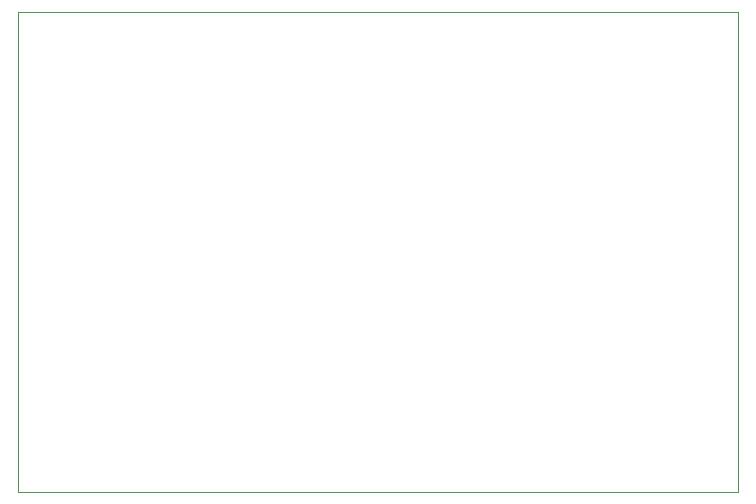
<source format=gbr>
G04 #@! TF.GenerationSoftware,KiCad,Pcbnew,5.1.6-c6e7f7d~86~ubuntu18.04.1*
G04 #@! TF.CreationDate,2020-06-27T17:17:55+01:00*
G04 #@! TF.ProjectId,Controller,436f6e74-726f-46c6-9c65-722e6b696361,rev?*
G04 #@! TF.SameCoordinates,Original*
G04 #@! TF.FileFunction,Profile,NP*
%FSLAX46Y46*%
G04 Gerber Fmt 4.6, Leading zero omitted, Abs format (unit mm)*
G04 Created by KiCad (PCBNEW 5.1.6-c6e7f7d~86~ubuntu18.04.1) date 2020-06-27 17:17:55*
%MOMM*%
%LPD*%
G01*
G04 APERTURE LIST*
G04 #@! TA.AperFunction,Profile*
%ADD10C,0.050000*%
G04 #@! TD*
G04 APERTURE END LIST*
D10*
X162560000Y-88900000D02*
X162560000Y-129540000D01*
X101600000Y-88900000D02*
X162560000Y-88900000D01*
X101600000Y-129540000D02*
X101600000Y-88900000D01*
X162560000Y-129540000D02*
X101600000Y-129540000D01*
M02*

</source>
